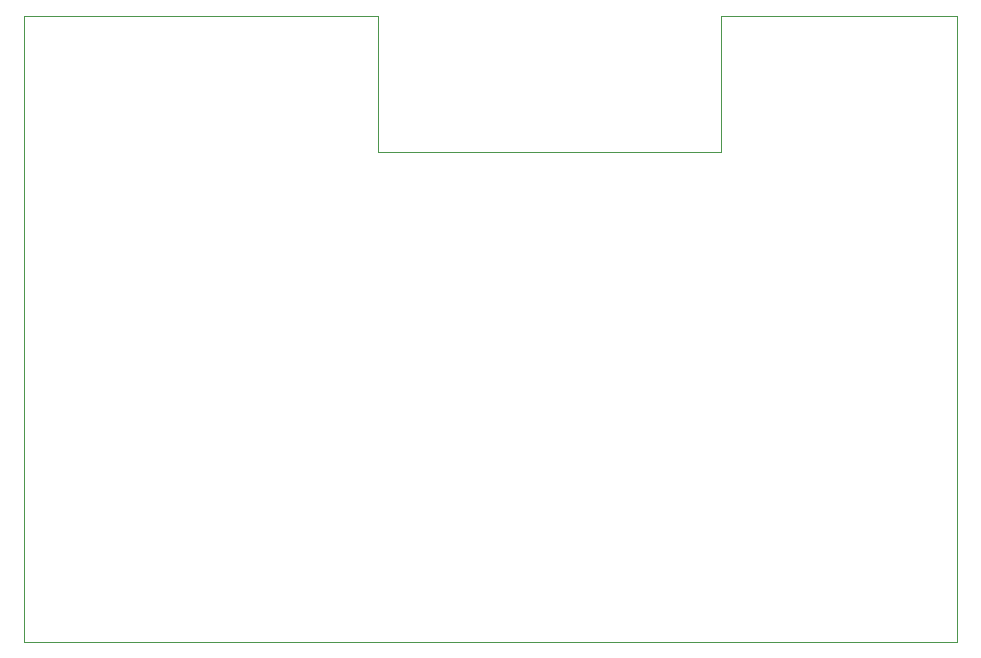
<source format=gbr>
%TF.GenerationSoftware,KiCad,Pcbnew,(6.0.0-0)*%
%TF.CreationDate,2022-09-07T16:36:11-04:00*%
%TF.ProjectId,Dome_Controller,446f6d65-5f43-46f6-9e74-726f6c6c6572,rev?*%
%TF.SameCoordinates,Original*%
%TF.FileFunction,Profile,NP*%
%FSLAX46Y46*%
G04 Gerber Fmt 4.6, Leading zero omitted, Abs format (unit mm)*
G04 Created by KiCad (PCBNEW (6.0.0-0)) date 2022-09-07 16:36:11*
%MOMM*%
%LPD*%
G01*
G04 APERTURE LIST*
%TA.AperFunction,Profile*%
%ADD10C,0.100000*%
%TD*%
G04 APERTURE END LIST*
D10*
X103000000Y-57000000D02*
X103000000Y-68500000D01*
X132000000Y-57000000D02*
X152000000Y-57000000D01*
X152000000Y-57000000D02*
X152000000Y-110000000D01*
X152000000Y-110000000D02*
X73000000Y-110000000D01*
X73000000Y-57000000D02*
X103000000Y-57000000D01*
X73000000Y-110000000D02*
X73000000Y-57000000D01*
X103000000Y-68500000D02*
X132000000Y-68500000D01*
X132000000Y-68500000D02*
X132000000Y-57000000D01*
M02*

</source>
